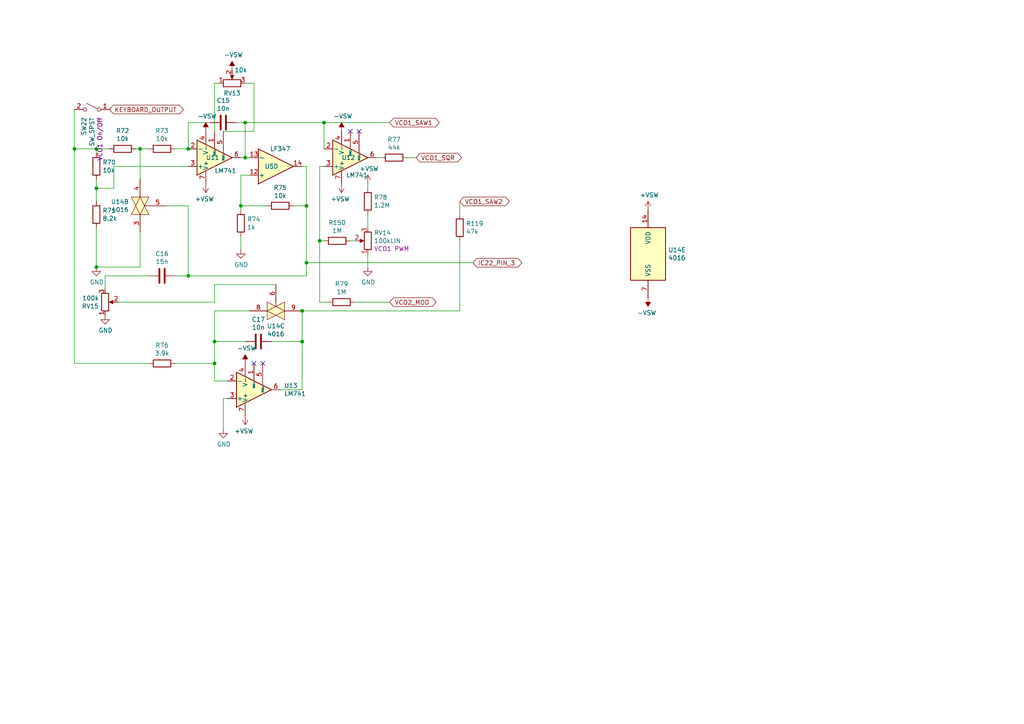
<source format=kicad_sch>
(kicad_sch (version 20230121) (generator eeschema)
  (paper "A4")
  (lib_symbols
    (symbol "4xxx:4016" (pin_names (offset 1.016))
      (property "Reference" "U" (at -7.62 8.89 0))
      (property "Value" "4016" (at -7.62 -8.89 0))
      (symbol "4016_1_0"
        (polyline (pts (xy 0 1.27) (xy 0 2.54)) (stroke (width 0.1524)))
        (polyline (pts (xy -2.54 0) (xy 2.54 2.54) (xy 2.54 -2.54) (xy -2.54 0)) (fill (type background)))
        (polyline (pts (xy -2.54 2.54) (xy 2.54 0) (xy -2.54 -2.54) (xy -2.54 2.54)) (fill (type background)))
        (pin passive line (at -7.62 0 0) (length 5.08) (name "~") (number "1"))
        (pin input line (at 0 7.62 270) (length 5.08) (name "~") (number "13"))
        (pin passive line (at 7.62 0 180) (length 5.08) (name "~") (number "2"))
      )
      (symbol "4016_2_0"
        (polyline (pts (xy 0 1.27) (xy 0 2.54)) (stroke (width 0.1524)))
        (polyline (pts (xy -2.54 0) (xy 2.54 2.54) (xy 2.54 -2.54) (xy -2.54 0)) (fill (type background)))
        (polyline (pts (xy -2.54 2.54) (xy 2.54 0) (xy -2.54 -2.54) (xy -2.54 2.54)) (fill (type background)))
        (pin passive line (at 7.62 0 180) (length 5.08) (name "~") (number "3"))
        (pin passive line (at -7.62 0 0) (length 5.08) (name "~") (number "4"))
        (pin input line (at 0 7.62 270) (length 5.08) (name "~") (number "5"))
      )
      (symbol "4016_3_0"
        (polyline (pts (xy 0 1.27) (xy 0 2.54)) (stroke (width 0.1524)))
        (polyline (pts (xy -2.54 0) (xy 2.54 2.54) (xy 2.54 -2.54) (xy -2.54 0)) (fill (type background)))
        (polyline (pts (xy -2.54 2.54) (xy 2.54 0) (xy -2.54 -2.54) (xy -2.54 2.54)) (fill (type background)))
        (pin input line (at 0 7.62 270) (length 5.08) (name "~") (number "6"))
        (pin passive line (at -7.62 0 0) (length 5.08) (name "~") (number "8"))
        (pin passive line (at 7.62 0 180) (length 5.08) (name "~") (number "9"))
      )
      (symbol "4016_4_0"
        (polyline (pts (xy 0 1.27) (xy 0 2.54)) (stroke (width 0.1524)))
        (polyline (pts (xy -2.54 0) (xy 2.54 2.54) (xy 2.54 -2.54) (xy -2.54 0)) (fill (type background)))
        (polyline (pts (xy -2.54 2.54) (xy 2.54 0) (xy -2.54 -2.54) (xy -2.54 2.54)) (fill (type background)))
        (pin passive line (at 7.62 0 180) (length 5.08) (name "~") (number "10"))
        (pin passive line (at -7.62 0 0) (length 5.08) (name "~") (number "11"))
        (pin input line (at 0 7.62 270) (length 5.08) (name "~") (number "12"))
      )
      (symbol "4016_5_0"
        (pin power_in line (at 0 12.7 270) (length 5.08) (name "VDD") (number "14"))
        (pin power_in line (at 0 -12.7 90) (length 5.08) (name "VSS") (number "7"))
      )
      (symbol "4016_5_1"
        (rectangle (start -5.08 7.62) (end 5.08 -7.62) (stroke (width 0.254)) (fill (type background)))
      )
    )
    (symbol "Amplifier_Operational:LM741" (pin_names (offset 0.127))
      (property "Reference" "U" (at 0 6.35 0))
      (property "Value" "LM741" (at 0 3.81 0))
      (symbol "LM741_0_1"
        (polyline (pts (xy -5.08 5.08) (xy 5.08 0) (xy -5.08 -5.08) (xy -5.08 5.08)) (stroke (width 0.254)) (fill (type background)))
      )
      (symbol "LM741_1_1"
        (pin input line (at 0 -7.62 90) (length 5.08) (name "NULL") (number "1"))
        (pin input line (at -7.62 -2.54 0) (length 2.54) (name "-") (number "2"))
        (pin input line (at -7.62 2.54 0) (length 2.54) (name "+") (number "3"))
        (pin power_in line (at -2.54 -7.62 90) (length 3.81) (name "V-") (number "4"))
        (pin input line (at 2.54 -7.62 90) (length 6.35) (name "NULL") (number "5"))
        (pin output line (at 7.62 0 180) (length 2.54) (name "~") (number "6"))
        (pin power_in line (at -2.54 7.62 270) (length 3.81) (name "V+") (number "7"))
        (pin no_connect line (at 0 2.54 270) (length 2.54) hide (name "NC") (number "8"))
      )
    )
    (symbol "Device:C" (pin_numbers hide) (pin_names (offset 0.254))
      (property "Reference" "C" (at 0.635 2.54 0))
      (property "Value" "C" (at 0.635 -2.54 0))
      (symbol "C_0_1"
        (polyline (pts (xy -2.032 -0.762) (xy 2.032 -0.762)) (stroke (width 0.508)))
        (polyline (pts (xy -2.032 0.762) (xy 2.032 0.762)) (stroke (width 0.508)))
      )
      (symbol "C_1_1"
        (pin passive line (at 0 3.81 270) (length 2.794) (name "~") (number "1"))
        (pin passive line (at 0 -3.81 90) (length 2.794) (name "~") (number "2"))
      )
    )
    (symbol "Device:R" (pin_numbers hide) (pin_names (offset 0))
      (property "Reference" "R" (at 2.032 0 90))
      (property "Value" "R" (at 0 0 90))
      (symbol "R_0_1"
        (rectangle (start -1.016 -2.54) (end 1.016 2.54) (stroke (width 0.254)))
      )
      (symbol "R_1_1"
        (pin passive line (at 0 3.81 270) (length 1.27) (name "~") (number "1"))
        (pin passive line (at 0 -3.81 90) (length 1.27) (name "~") (number "2"))
      )
    )
    (symbol "Device:R_Potentiometer" (pin_names (offset 1.016) hide)
      (property "Reference" "RV" (at -4.445 0 90))
      (property "Value" "R_Potentiometer" (at -2.54 0 90))
      (symbol "R_Potentiometer_0_1"
        (polyline (pts (xy 2.54 0) (xy 1.524 0)))
        (polyline (pts (xy 1.143 0) (xy 2.286 0.508) (xy 2.286 -0.508) (xy 1.143 0)) (fill (type outline)))
        (rectangle (start 1.016 2.54) (end -1.016 -2.54) (stroke (width 0.254)))
      )
      (symbol "R_Potentiometer_1_1"
        (pin passive line (at 0 3.81 270) (length 1.27) (name "1") (number "1"))
        (pin passive line (at 3.81 0 180) (length 1.27) (name "2") (number "2"))
        (pin passive line (at 0 -3.81 90) (length 1.27) (name "3") (number "3"))
      )
    )
    (symbol "Switch:SW_SPST" (pin_names (offset 0) hide)
      (property "Reference" "SW" (at 0 3.175 0))
      (property "Value" "SW_SPST" (at 0 -2.54 0))
      (symbol "SW_SPST_0_0"
        (circle (center -2.032 0) (radius 0.508))
        (polyline (pts (xy -1.524 0.254) (xy 1.524 1.778)))
        (circle (center 2.032 0) (radius 0.508))
      )
      (symbol "SW_SPST_1_1"
        (pin passive line (at -5.08 0 0) (length 2.54) (name "A") (number "1"))
        (pin passive line (at 5.08 0 180) (length 2.54) (name "B") (number "2"))
      )
    )
    (symbol "pe_microsynth:LF347" (pin_names (offset 0.127))
      (property "Reference" "U" (at 0 5.08 0))
      (property "Value" "LF347" (at 0 -5.08 0))
      (symbol "LF347_1_1"
        (polyline (pts (xy -5.08 5.08) (xy 5.08 0) (xy -5.08 -5.08) (xy -5.08 5.08)) (stroke (width 0.254)) (fill (type background)))
        (pin output line (at 7.62 0 180) (length 2.54) (name "~") (number "1"))
        (pin input line (at -7.62 -2.54 0) (length 2.54) (name "-") (number "2"))
        (pin input line (at -7.62 2.54 0) (length 2.54) (name "+") (number "3"))
      )
      (symbol "LF347_2_1"
        (polyline (pts (xy -5.08 5.08) (xy 5.08 0) (xy -5.08 -5.08) (xy -5.08 5.08)) (stroke (width 0.254)) (fill (type background)))
        (pin input line (at -7.62 2.54 0) (length 2.54) (name "+") (number "5"))
        (pin input line (at -7.62 -2.54 0) (length 2.54) (name "-") (number "6"))
        (pin output line (at 7.62 0 180) (length 2.54) (name "~") (number "7"))
      )
      (symbol "LF347_3_1"
        (polyline (pts (xy -5.08 5.08) (xy 5.08 0) (xy -5.08 -5.08) (xy -5.08 5.08)) (stroke (width 0.254)) (fill (type background)))
        (pin input line (at -7.62 2.54 0) (length 2.54) (name "+") (number "10"))
        (pin output line (at 7.62 0 180) (length 2.54) (name "~") (number "8"))
        (pin input line (at -7.62 -2.54 0) (length 2.54) (name "-") (number "9"))
      )
      (symbol "LF347_4_1"
        (polyline (pts (xy -5.08 5.08) (xy 5.08 0) (xy -5.08 -5.08) (xy -5.08 5.08)) (stroke (width 0.254)) (fill (type background)))
        (pin input line (at -7.62 2.54 0) (length 2.54) (name "+") (number "12"))
        (pin input line (at -7.62 -2.54 0) (length 2.54) (name "-") (number "13"))
        (pin output line (at 7.62 0 180) (length 2.54) (name "~") (number "14"))
      )
      (symbol "LF347_5_1"
        (pin power_in line (at -2.54 -7.62 90) (length 3.81) (name "V-") (number "11"))
        (pin power_in line (at -2.54 7.62 270) (length 3.81) (name "V+") (number "4"))
      )
    )
    (symbol "power:+VSW" (power) (pin_names (offset 0))
      (property "Value" "+VSW" (at 0 3.556 0))
      (symbol "+VSW_0_1"
        (polyline (pts (xy -0.762 1.27) (xy 0 2.54)))
        (polyline (pts (xy 0 0) (xy 0 2.54)))
        (polyline (pts (xy 0 2.54) (xy 0.762 1.27)))
      )
      (symbol "+VSW_1_1"
        (pin power_in line (at 0 0 90) (length 0) hide (name "+VSW") (number "1"))
      )
    )
    (symbol "power:-VSW" (power) (pin_names (offset 0))
      (property "Value" "-VSW" (at 0 3.81 0))
      (symbol "-VSW_0_0"
        (pin power_in line (at 0 0 90) (length 0) hide (name "-VSW") (number "1"))
      )
      (symbol "-VSW_0_1"
        (polyline (pts (xy 0 0) (xy 0 1.27) (xy 0.762 1.27) (xy 0 2.54) (xy -0.762 1.27) (xy 0 1.27)) (fill (type outline)))
      )
    )
    (symbol "power:GND" (power) (pin_names (offset 0))
      (property "Value" "GND" (at 0 -3.81 0))
      (symbol "GND_0_1"
        (polyline (pts (xy 0 0) (xy 0 -1.27) (xy 1.27 -1.27) (xy 0 -2.54) (xy -1.27 -1.27) (xy 0 -1.27)))
      )
      (symbol "GND_1_1"
        (pin power_in line (at 0 0 270) (length 0) hide (name "GND") (number "1"))
      )
    )
  )
  (junction (at 87.63 99.06))
  (junction (at 54.61 80.01))
  (junction (at 21.59 43.18))
  (junction (at 88.9 76.2))
  (junction (at 71.12 45.72))
  (junction (at 62.23 99.06))
  (junction (at 27.94 77.47))
  (junction (at 27.94 54.61))
  (junction (at 87.63 90.17))
  (junction (at 27.94 43.18))
  (junction (at 71.12 35.56))
  (junction (at 40.64 43.18))
  (junction (at 62.23 105.41))
  (junction (at 54.61 43.18))
  (junction (at 93.98 35.56))
  (junction (at 92.71 69.85))
  (junction (at 69.85 59.69))
  (junction (at 88.9 59.69))
  (no_connect (at 104.14 38.1))
  (no_connect (at 101.6 38.1))
  (no_connect (at 73.66 105.41))
  (no_connect (at 76.2 105.41))
  (wire (pts (xy 54.61 80.01) (xy 54.61 59.69)))
  (wire (pts (xy 27.94 43.18) (xy 31.75 43.18)))
  (wire (pts (xy 48.26 59.69) (xy 54.61 59.69)))
  (wire (pts (xy 88.9 80.01) (xy 88.9 76.2)))
  (wire (pts (xy 106.68 77.47) (xy 106.68 73.66)))
  (wire (pts (xy 137.16 76.2) (xy 88.9 76.2)))
  (wire (pts (xy 73.66 24.13) (xy 71.12 24.13)))
  (wire (pts (xy 27.94 44.45) (xy 27.94 43.18)))
  (wire (pts (xy 101.6 69.85) (xy 102.87 69.85)))
  (wire (pts (xy 87.63 99.06) (xy 87.63 90.17)))
  (wire (pts (xy 64.77 38.1) (xy 73.66 38.1)))
  (wire (pts (xy 54.61 43.18) (xy 54.61 35.56)))
  (wire (pts (xy 50.8 105.41) (xy 62.23 105.41)))
  (wire (pts (xy 71.12 35.56) (xy 93.98 35.56)))
  (wire (pts (xy 54.61 80.01) (xy 88.9 80.01)))
  (wire (pts (xy 71.12 45.72) (xy 72.39 45.72)))
  (wire (pts (xy 69.85 59.69) (xy 77.47 59.69)))
  (wire (pts (xy 62.23 24.13) (xy 62.23 38.1)))
  (wire (pts (xy 92.71 69.85) (xy 92.71 87.63)))
  (wire (pts (xy 27.94 52.07) (xy 27.94 54.61)))
  (wire (pts (xy 21.59 105.41) (xy 21.59 43.18)))
  (wire (pts (xy 21.59 43.18) (xy 27.94 43.18)))
  (wire (pts (xy 81.28 113.03) (xy 87.63 113.03)))
  (wire (pts (xy 27.94 54.61) (xy 33.02 54.61)))
  (wire (pts (xy 93.98 69.85) (xy 92.71 69.85)))
  (wire (pts (xy 27.94 54.61) (xy 27.94 58.42)))
  (wire (pts (xy 69.85 59.69) (xy 69.85 50.8)))
  (wire (pts (xy 62.23 110.49) (xy 66.04 110.49)))
  (wire (pts (xy 21.59 31.75) (xy 21.59 43.18)))
  (wire (pts (xy 43.18 105.41) (xy 21.59 105.41)))
  (wire (pts (xy 110.49 45.72) (xy 109.22 45.72)))
  (wire (pts (xy 106.68 66.04) (xy 106.68 62.23)))
  (wire (pts (xy 33.02 48.26) (xy 54.61 48.26)))
  (wire (pts (xy 62.23 82.55) (xy 62.23 87.63)))
  (wire (pts (xy 62.23 90.17) (xy 62.23 99.06)))
  (wire (pts (xy 88.9 76.2) (xy 88.9 59.69)))
  (wire (pts (xy 30.48 83.82) (xy 30.48 80.01)))
  (wire (pts (xy 133.35 62.23) (xy 133.35 58.42)))
  (wire (pts (xy 80.01 82.55) (xy 62.23 82.55)))
  (wire (pts (xy 85.09 59.69) (xy 88.9 59.69)))
  (wire (pts (xy 133.35 69.85) (xy 133.35 90.17)))
  (wire (pts (xy 133.35 90.17) (xy 87.63 90.17)))
  (wire (pts (xy 40.64 52.07) (xy 40.64 43.18)))
  (wire (pts (xy 92.71 69.85) (xy 92.71 48.26)))
  (wire (pts (xy 71.12 99.06) (xy 62.23 99.06)))
  (wire (pts (xy 27.94 66.04) (xy 27.94 77.47)))
  (wire (pts (xy 106.68 53.34) (xy 106.68 54.61)))
  (wire (pts (xy 62.23 105.41) (xy 62.23 110.49)))
  (wire (pts (xy 68.58 35.56) (xy 71.12 35.56)))
  (wire (pts (xy 72.39 90.17) (xy 62.23 90.17)))
  (wire (pts (xy 34.29 87.63) (xy 62.23 87.63)))
  (wire (pts (xy 87.63 99.06) (xy 87.63 113.03)))
  (wire (pts (xy 93.98 35.56) (xy 113.03 35.56)))
  (wire (pts (xy 69.85 60.96) (xy 69.85 59.69)))
  (wire (pts (xy 33.02 54.61) (xy 33.02 48.26)))
  (wire (pts (xy 54.61 35.56) (xy 60.96 35.56)))
  (wire (pts (xy 95.25 87.63) (xy 92.71 87.63)))
  (wire (pts (xy 62.23 24.13) (xy 63.5 24.13)))
  (wire (pts (xy 69.85 45.72) (xy 71.12 45.72)))
  (wire (pts (xy 88.9 59.69) (xy 88.9 48.26)))
  (wire (pts (xy 88.9 48.26) (xy 87.63 48.26)))
  (wire (pts (xy 40.64 77.47) (xy 40.64 67.31)))
  (wire (pts (xy 27.94 77.47) (xy 40.64 77.47)))
  (wire (pts (xy 50.8 43.18) (xy 54.61 43.18)))
  (wire (pts (xy 113.03 87.63) (xy 102.87 87.63)))
  (wire (pts (xy 78.74 99.06) (xy 87.63 99.06)))
  (wire (pts (xy 69.85 72.39) (xy 69.85 68.58)))
  (wire (pts (xy 62.23 99.06) (xy 62.23 105.41)))
  (wire (pts (xy 71.12 45.72) (xy 71.12 35.56)))
  (wire (pts (xy 30.48 80.01) (xy 43.18 80.01)))
  (wire (pts (xy 120.65 45.72) (xy 118.11 45.72)))
  (wire (pts (xy 39.37 43.18) (xy 40.64 43.18)))
  (wire (pts (xy 69.85 50.8) (xy 72.39 50.8)))
  (wire (pts (xy 93.98 35.56) (xy 93.98 43.18)))
  (wire (pts (xy 64.77 124.46) (xy 64.77 115.57)))
  (wire (pts (xy 40.64 43.18) (xy 43.18 43.18)))
  (wire (pts (xy 73.66 24.13) (xy 73.66 38.1)))
  (wire (pts (xy 50.8 80.01) (xy 54.61 80.01)))
  (wire (pts (xy 92.71 48.26) (xy 93.98 48.26)))
  (wire (pts (xy 64.77 115.57) (xy 66.04 115.57)))
  (global_label "VCO1_SQR" (shape bidirectional) (at 120.65 45.72 0) (property "Intersheetrefs" "${INTERSHEET_REFS}" (effects hide)))
  (global_label "KEYBOARD_OUTPUT" (shape bidirectional) (at 31.75 31.75 0) (property "Intersheetrefs" "${INTERSHEET_REFS}" (effects hide)))
  (global_label "IC22_PIN_3" (shape bidirectional) (at 137.16 76.2 0) (property "Intersheetrefs" "${INTERSHEET_REFS}" (effects hide)))
  (global_label "VCO1_SAW2" (shape bidirectional) (at 133.35 58.42 0) (property "Intersheetrefs" "${INTERSHEET_REFS}" (effects hide)))
  (global_label "VCO1_SAW1" (shape bidirectional) (at 113.03 35.56 0) (property "Intersheetrefs" "${INTERSHEET_REFS}" (effects hide)))
  (global_label "VCO2_MOD" (shape bidirectional) (at 113.03 87.63 0) (property "Intersheetrefs" "${INTERSHEET_REFS}" (effects hide)))
  (symbol (lib_id "Amplifier_Operational:LM741") (at 62.23 45.72 0) (mirror x) (unit 1)
    (property "Reference" "U11" (at 59.69 45.72 0) (effects (justify left)))
    (property "Value" "LM741" (at 62.23 49.53 0) (effects (justify left)))
    (property "Footprint" "Package_DIP:DIP-8_W7.62mm_LongPads" (effects hide))
    (property "Datasheet" "http://www.ti.com/lit/ds/symlink/lm741.pdf" (effects hide))
  )
  (symbol (lib_id "Amplifier_Operational:LM741") (at 101.6 45.72 0) (mirror x) (unit 1)
    (property "Reference" "U12" (at 99.06 45.72 0) (effects (justify left)))
    (property "Value" "LM741" (at 100.33 50.8 0) (effects (justify left)))
    (property "Footprint" "Package_DIP:DIP-8_W7.62mm_LongPads" (effects hide))
    (property "Datasheet" "http://www.ti.com/lit/ds/symlink/lm741.pdf" (effects hide))
  )
  (symbol (lib_id "Amplifier_Operational:LM741") (at 73.66 113.03 0) (mirror x) (unit 1)
    (property "Reference" "U13" (at 82.3976 111.8616 0) (effects (justify left)))
    (property "Value" "LM741" (at 82.3976 114.173 0) (effects (justify left)))
    (property "Footprint" "Package_DIP:DIP-8_W7.62mm_LongPads" (effects hide))
    (property "Datasheet" "http://www.ti.com/lit/ds/symlink/lm741.pdf" (effects hide))
  )
  (symbol (lib_id "Device:R") (at 46.99 43.18 270) (unit 1)
    (property "Reference" "R73" (at 46.99 37.9222 90))
    (property "Value" "10k" (at 46.99 40.2336 90))
    (property "Footprint" "Resistor_THT:R_Axial_DIN0207_L6.3mm_D2.5mm_P10.16mm_Horizontal" (effects hide))
  )
  (symbol (lib_id "Device:R") (at 35.56 43.18 270) (unit 1)
    (property "Reference" "R72" (at 35.56 37.9222 90))
    (property "Value" "10k" (at 35.56 40.2336 90))
    (property "Footprint" "Resistor_THT:R_Axial_DIN0207_L6.3mm_D2.5mm_P10.16mm_Horizontal" (effects hide))
  )
  (symbol (lib_id "Device:R") (at 27.94 48.26 0) (unit 1)
    (property "Reference" "R70" (at 29.718 47.0916 0) (effects (justify left)))
    (property "Value" "10k" (at 29.718 49.403 0) (effects (justify left)))
    (property "Footprint" "Resistor_THT:R_Axial_DIN0207_L6.3mm_D2.5mm_P10.16mm_Horizontal" (effects hide))
  )
  (symbol (lib_id "Device:R") (at 27.94 62.23 0) (unit 1)
    (property "Reference" "R71" (at 29.718 61.0616 0) (effects (justify left)))
    (property "Value" "8.2k" (at 29.718 63.373 0) (effects (justify left)))
    (property "Footprint" "Resistor_THT:R_Axial_DIN0207_L6.3mm_D2.5mm_P10.16mm_Horizontal" (effects hide))
  )
  (symbol (lib_id "Device:R") (at 69.85 64.77 0) (unit 1)
    (property "Reference" "R74" (at 71.628 63.6016 0) (effects (justify left)))
    (property "Value" "1k" (at 71.628 65.913 0) (effects (justify left)))
    (property "Footprint" "Resistor_THT:R_Axial_DIN0207_L6.3mm_D2.5mm_P10.16mm_Horizontal" (effects hide))
  )
  (symbol (lib_id "Device:R") (at 81.28 59.69 90) (unit 1)
    (property "Reference" "R75" (at 81.28 54.4322 90))
    (property "Value" "10k" (at 81.28 56.7436 90))
    (property "Footprint" "Resistor_THT:R_Axial_DIN0207_L6.3mm_D2.5mm_P10.16mm_Horizontal" (effects hide))
  )
  (symbol (lib_id "Device:R") (at 106.68 58.42 180) (unit 1)
    (property "Reference" "R78" (at 108.458 57.2516 0) (effects (justify right)))
    (property "Value" "1.2M" (at 108.458 59.563 0) (effects (justify right)))
    (property "Footprint" "Resistor_THT:R_Axial_DIN0207_L6.3mm_D2.5mm_P10.16mm_Horizontal" (effects hide))
  )
  (symbol (lib_id "Device:R") (at 97.79 69.85 270) (unit 1)
    (property "Reference" "R150" (at 97.79 64.5922 90))
    (property "Value" "1M" (at 97.79 66.9036 90))
    (property "Footprint" "Resistor_THT:R_Axial_DIN0207_L6.3mm_D2.5mm_P10.16mm_Horizontal" (effects hide))
  )
  (symbol (lib_id "Device:R") (at 114.3 45.72 270) (unit 1)
    (property "Reference" "R77" (at 114.3 40.4622 90))
    (property "Value" "44k" (at 114.3 42.7736 90))
    (property "Footprint" "Resistor_THT:R_Axial_DIN0207_L6.3mm_D2.5mm_P10.16mm_Horizontal" (effects hide))
  )
  (symbol (lib_id "power:+VSW") (at 106.68 53.34 0) (unit 1)
    (property "Reference" "#PWR0141" (effects hide))
    (property "Value" "+VSW" (at 107.061 48.9458 0))
  )
  (symbol (lib_id "Device:R_Potentiometer") (at 106.68 69.85 180) (unit 1)
    (property "Reference" "RV14" (at 108.458 67.5386 0) (effects (justify right)))
    (property "Value" "100kLIN" (at 108.458 69.85 0) (effects (justify right)))
    (property "Footprint" "microsynth:Pot_16mm_NoDet_RV16AF-4A" (effects hide))
    (property "Label" "VCO1 PWM" (at 108.458 72.1614 0) (effects (justify right)))
  )
  (symbol (lib_id "power:GND") (at 106.68 77.47 0) (unit 1)
    (property "Reference" "#PWR0142" (effects hide))
    (property "Value" "GND" (at 106.807 81.8642 0))
  )
  (symbol (lib_id "power:+VSW") (at 99.06 53.34 180) (unit 1)
    (property "Reference" "#PWR0143" (effects hide))
    (property "Value" "+VSW" (at 98.679 57.7342 0))
  )
  (symbol (lib_id "power:-VSW") (at 99.06 38.1 0) (unit 1)
    (property "Reference" "#PWR0144" (effects hide))
    (property "Value" "-VSW" (at 99.441 33.7058 0))
  )
  (symbol (lib_id "Device:R") (at 99.06 87.63 270) (unit 1)
    (property "Reference" "R79" (at 99.06 82.3722 90))
    (property "Value" "1M" (at 99.06 84.6836 90))
    (property "Footprint" "Resistor_THT:R_Axial_DIN0207_L6.3mm_D2.5mm_P10.16mm_Horizontal" (effects hide))
  )
  (symbol (lib_id "power:GND") (at 69.85 72.39 0) (unit 1)
    (property "Reference" "#PWR0145" (effects hide))
    (property "Value" "GND" (at 69.977 76.7842 0))
  )
  (symbol (lib_id "power:+VSW") (at 59.69 53.34 180) (unit 1)
    (property "Reference" "#PWR0146" (effects hide))
    (property "Value" "+VSW" (at 59.309 57.7342 0))
  )
  (symbol (lib_id "power:-VSW") (at 59.69 38.1 0) (unit 1)
    (property "Reference" "#PWR0147" (effects hide))
    (property "Value" "-VSW" (at 60.071 33.7058 0))
  )
  (symbol (lib_id "Device:R_Potentiometer") (at 67.31 24.13 90) (unit 1)
    (property "Reference" "RV13" (at 67.31 27.051 90))
    (property "Value" "10k" (at 69.85 20.32 90))
    (property "Footprint" "Potentiometer_THT:Potentiometer_Bourns_3296W_Vertical" (effects hide))
  )
  (symbol (lib_id "power:-VSW") (at 67.31 20.32 0) (unit 1)
    (property "Reference" "#PWR0148" (effects hide))
    (property "Value" "-VSW" (at 67.691 15.9258 0))
  )
  (symbol (lib_id "power:+VSW") (at 71.12 120.65 180) (unit 1)
    (property "Reference" "#PWR0149" (effects hide))
    (property "Value" "+VSW" (at 70.739 125.0442 0))
  )
  (symbol (lib_id "power:-VSW") (at 71.12 105.41 0) (unit 1)
    (property "Reference" "#PWR0150" (effects hide))
    (property "Value" "-VSW" (at 71.501 101.0158 0))
  )
  (symbol (lib_id "Device:R_Potentiometer") (at 30.48 87.63 0) (mirror x) (unit 1)
    (property "Reference" "RV15" (at 28.702 88.7984 0) (effects (justify right)))
    (property "Value" "100k" (at 28.702 86.487 0) (effects (justify right)))
    (property "Footprint" "Potentiometer_THT:Potentiometer_Bourns_3296W_Vertical" (effects hide))
  )
  (symbol (lib_id "power:GND") (at 30.48 91.44 0) (unit 1)
    (property "Reference" "#PWR0151" (effects hide))
    (property "Value" "GND" (at 30.607 95.8342 0))
  )
  (symbol (lib_id "power:GND") (at 27.94 77.47 0) (unit 1)
    (property "Reference" "#PWR0152" (effects hide))
    (property "Value" "GND" (at 28.067 81.8642 0))
  )
  (symbol (lib_id "Device:C") (at 46.99 80.01 270) (unit 1)
    (property "Reference" "C16" (at 46.99 73.6092 90))
    (property "Value" "15n" (at 46.99 75.9206 90))
    (property "Footprint" "Capacitor_THT:C_Rect_L7.2mm_W3.5mm_P5.00mm_FKS2_FKP2_MKS2_MKP2" (effects hide))
  )
  (symbol (lib_id "Device:C") (at 74.93 99.06 270) (unit 1)
    (property "Reference" "C17" (at 74.93 92.6592 90))
    (property "Value" "10n" (at 74.93 94.9706 90))
    (property "Footprint" "Capacitor_THT:C_Rect_L7.2mm_W2.5mm_P5.00mm_FKS2_FKP2_MKS2_MKP2" (effects hide))
  )
  (symbol (lib_id "power:GND") (at 64.77 124.46 0) (unit 1)
    (property "Reference" "#PWR0153" (effects hide))
    (property "Value" "GND" (at 64.897 128.8542 0))
  )
  (symbol (lib_id "Device:R") (at 46.99 105.41 270) (unit 1)
    (property "Reference" "R76" (at 46.99 100.1522 90))
    (property "Value" "3.9k" (at 46.99 102.4636 90))
    (property "Footprint" "Resistor_THT:R_Axial_DIN0207_L6.3mm_D2.5mm_P10.16mm_Horizontal" (effects hide))
  )
  (symbol (lib_id "Switch:SW_SPST") (at 26.67 31.75 0) (mirror y) (unit 1)
    (property "Reference" "SW22" (at 24.3586 33.9852 90) (effects (justify right)))
    (property "Value" "SW_SPST" (at 26.67 33.9852 90) (effects (justify right)))
    (property "Footprint" "microsynth:SPDT_KIT" (effects hide))
    (property "Label" "VCO1 On/Off" (at 28.9814 33.9852 90) (effects (justify right)))
  )
  (symbol (lib_id "Device:C") (at 64.77 35.56 270) (unit 1)
    (property "Reference" "C15" (at 64.77 29.1592 90))
    (property "Value" "10n" (at 64.77 31.4706 90))
    (property "Footprint" "Capacitor_THT:C_Rect_L7.2mm_W2.5mm_P5.00mm_FKS2_FKP2_MKS2_MKP2" (effects hide))
  )
  (symbol (lib_id "Device:R") (at 133.35 66.04 180) (unit 1)
    (property "Reference" "R119" (at 135.128 64.8716 0) (effects (justify right)))
    (property "Value" "47k" (at 135.128 67.183 0) (effects (justify right)))
    (property "Footprint" "Resistor_THT:R_Axial_DIN0207_L6.3mm_D2.5mm_P10.16mm_Horizontal" (effects hide))
  )
  (symbol (lib_id "pe_microsynth:LF347") (at 80.01 48.26 0) (mirror x) (unit 4)
    (property "Reference" "U5" (at 78.74 48.26 0))
    (property "Value" "LF347" (at 81.28 43.18 0))
    (property "Footprint" "Package_DIP:DIP-14_W7.62mm_LongPads" (effects hide))
    (property "Datasheet" "https://www.bitsbox.co.uk/data/analog/LF347.pdf" (effects hide))
    (instances (project "microsynth" (path "" (reference "U5") (unit 4)) (path "" (reference "U?") (unit 4))))
  )
  (symbol (lib_id "4xxx:4016") (at 40.64 59.69 270) (unit 2)
    (property "Reference" "U14" (at 37.3888 58.5216 90) (effects (justify right)))
    (property "Value" "4016" (at 37.3888 60.833 90) (effects (justify right)))
    (property "Footprint" "Package_DIP:DIP-14_W7.62mm_LongPads" (effects hide))
    (property "Datasheet" "http://www.ti.com/lit/ds/symlink/cd4016b.pdf" (effects hide))
  )
  (symbol (lib_id "4xxx:4016") (at 80.01 90.17 0) (unit 3)
    (property "Reference" "U14" (at 80.01 94.5642 0))
    (property "Value" "4016" (at 80.01 96.8756 0))
    (property "Footprint" "Package_DIP:DIP-14_W7.62mm_LongPads" (effects hide))
    (property "Datasheet" "http://www.ti.com/lit/ds/symlink/cd4016b.pdf" (effects hide))
  )
  (symbol (lib_id "4xxx:4016") (at 187.96 73.66 0) (unit 5)
    (property "Reference" "U14" (at 193.802 72.4916 0) (effects (justify left)))
    (property "Value" "4016" (at 193.802 74.803 0) (effects (justify left)))
    (property "Footprint" "Package_DIP:DIP-14_W7.62mm_LongPads" (effects hide))
    (property "Datasheet" "http://www.ti.com/lit/ds/symlink/cd4016b.pdf" (effects hide))
  )
  (symbol (lib_id "power:+VSW") (at 187.96 60.96 0) (unit 1)
    (property "Reference" "#PWR0154" (effects hide))
    (property "Value" "+VSW" (at 188.341 56.5658 0))
  )
  (symbol (lib_id "power:-VSW") (at 187.96 86.36 180) (unit 1)
    (property "Reference" "#PWR0155" (effects hide))
    (property "Value" "-VSW" (at 187.579 90.7542 0))
  )
)
</source>
